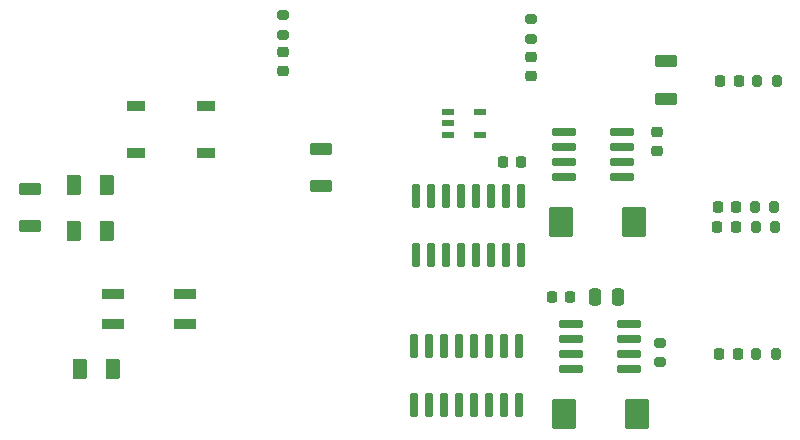
<source format=gbr>
%TF.GenerationSoftware,KiCad,Pcbnew,(6.0.9)*%
%TF.CreationDate,2022-12-07T15:32:04-05:00*%
%TF.ProjectId,CurrentSense_PS,43757272-656e-4745-9365-6e73655f5053,rev?*%
%TF.SameCoordinates,Original*%
%TF.FileFunction,Paste,Top*%
%TF.FilePolarity,Positive*%
%FSLAX46Y46*%
G04 Gerber Fmt 4.6, Leading zero omitted, Abs format (unit mm)*
G04 Created by KiCad (PCBNEW (6.0.9)) date 2022-12-07 15:32:04*
%MOMM*%
%LPD*%
G01*
G04 APERTURE LIST*
G04 Aperture macros list*
%AMRoundRect*
0 Rectangle with rounded corners*
0 $1 Rounding radius*
0 $2 $3 $4 $5 $6 $7 $8 $9 X,Y pos of 4 corners*
0 Add a 4 corners polygon primitive as box body*
4,1,4,$2,$3,$4,$5,$6,$7,$8,$9,$2,$3,0*
0 Add four circle primitives for the rounded corners*
1,1,$1+$1,$2,$3*
1,1,$1+$1,$4,$5*
1,1,$1+$1,$6,$7*
1,1,$1+$1,$8,$9*
0 Add four rect primitives between the rounded corners*
20,1,$1+$1,$2,$3,$4,$5,0*
20,1,$1+$1,$4,$5,$6,$7,0*
20,1,$1+$1,$6,$7,$8,$9,0*
20,1,$1+$1,$8,$9,$2,$3,0*%
G04 Aperture macros list end*
%ADD10RoundRect,0.218750X-0.218750X-0.256250X0.218750X-0.256250X0.218750X0.256250X-0.218750X0.256250X0*%
%ADD11RoundRect,0.200000X-0.275000X0.200000X-0.275000X-0.200000X0.275000X-0.200000X0.275000X0.200000X0*%
%ADD12RoundRect,0.250000X-0.700000X0.275000X-0.700000X-0.275000X0.700000X-0.275000X0.700000X0.275000X0*%
%ADD13RoundRect,0.200000X0.200000X0.275000X-0.200000X0.275000X-0.200000X-0.275000X0.200000X-0.275000X0*%
%ADD14R,1.003300X0.508000*%
%ADD15RoundRect,0.250000X-0.787500X-1.025000X0.787500X-1.025000X0.787500X1.025000X-0.787500X1.025000X0*%
%ADD16RoundRect,0.250000X-0.375000X-0.625000X0.375000X-0.625000X0.375000X0.625000X-0.375000X0.625000X0*%
%ADD17RoundRect,0.200000X0.275000X-0.200000X0.275000X0.200000X-0.275000X0.200000X-0.275000X-0.200000X0*%
%ADD18RoundRect,0.250000X0.787500X1.025000X-0.787500X1.025000X-0.787500X-1.025000X0.787500X-1.025000X0*%
%ADD19RoundRect,0.218750X0.218750X0.256250X-0.218750X0.256250X-0.218750X-0.256250X0.218750X-0.256250X0*%
%ADD20RoundRect,0.250000X0.250000X0.475000X-0.250000X0.475000X-0.250000X-0.475000X0.250000X-0.475000X0*%
%ADD21RoundRect,0.218750X0.256250X-0.218750X0.256250X0.218750X-0.256250X0.218750X-0.256250X-0.218750X0*%
%ADD22RoundRect,0.042000X-0.943000X-0.258000X0.943000X-0.258000X0.943000X0.258000X-0.943000X0.258000X0*%
%ADD23RoundRect,0.225000X0.225000X0.250000X-0.225000X0.250000X-0.225000X-0.250000X0.225000X-0.250000X0*%
%ADD24RoundRect,0.048800X0.256200X-0.936200X0.256200X0.936200X-0.256200X0.936200X-0.256200X-0.936200X0*%
%ADD25R,1.850000X0.850000*%
%ADD26RoundRect,0.048800X-0.256200X0.936200X-0.256200X-0.936200X0.256200X-0.936200X0.256200X0.936200X0*%
%ADD27RoundRect,0.225000X0.250000X-0.225000X0.250000X0.225000X-0.250000X0.225000X-0.250000X-0.225000X0*%
%ADD28R,1.550000X0.900000*%
G04 APERTURE END LIST*
D10*
%TO.C,D6*%
X119671500Y-92202000D03*
X121246500Y-92202000D03*
%TD*%
D11*
%TO.C,R3*%
X103759000Y-63818000D03*
X103759000Y-65468000D03*
%TD*%
D12*
%TO.C,L3*%
X61341000Y-78181000D03*
X61341000Y-81331000D03*
%TD*%
%TO.C,L1*%
X85979000Y-74803000D03*
X85979000Y-77953000D03*
%TD*%
D11*
%TO.C,R2*%
X82702400Y-63487800D03*
X82702400Y-65137800D03*
%TD*%
D13*
%TO.C,R5*%
X124523000Y-69088000D03*
X122873000Y-69088000D03*
%TD*%
D14*
%TO.C,U1*%
X96691450Y-71693999D03*
X96691450Y-72644000D03*
X96691450Y-73594001D03*
X99396550Y-73594001D03*
X99396550Y-71693999D03*
%TD*%
D13*
%TO.C,R4*%
X124332000Y-79756000D03*
X122682000Y-79756000D03*
%TD*%
D15*
%TO.C,C13*%
X106234500Y-81026000D03*
X112459500Y-81026000D03*
%TD*%
D16*
%TO.C,F1*%
X65021000Y-77851000D03*
X67821000Y-77851000D03*
%TD*%
D17*
%TO.C,R1*%
X114681000Y-92849200D03*
X114681000Y-91199200D03*
%TD*%
D18*
%TO.C,C10*%
X112713500Y-97282000D03*
X106488500Y-97282000D03*
%TD*%
D19*
%TO.C,D4*%
X121310500Y-69088000D03*
X119735500Y-69088000D03*
%TD*%
D20*
%TO.C,C8*%
X111059000Y-87376000D03*
X109159000Y-87376000D03*
%TD*%
D16*
%TO.C,F2*%
X65529000Y-93472000D03*
X68329000Y-93472000D03*
%TD*%
D21*
%TO.C,D1*%
X82702400Y-68199100D03*
X82702400Y-66624100D03*
%TD*%
D22*
%TO.C,U5*%
X106497000Y-73406000D03*
X106497000Y-74676000D03*
X106497000Y-75946000D03*
X106497000Y-77216000D03*
X111437000Y-77216000D03*
X111437000Y-75946000D03*
X111437000Y-74676000D03*
X111437000Y-73406000D03*
%TD*%
D23*
%TO.C,C9*%
X107074000Y-87376000D03*
X105524000Y-87376000D03*
%TD*%
D22*
%TO.C,U4*%
X107132000Y-89662000D03*
X107132000Y-90932000D03*
X107132000Y-92202000D03*
X107132000Y-93472000D03*
X112072000Y-93472000D03*
X112072000Y-92202000D03*
X112072000Y-90932000D03*
X112072000Y-89662000D03*
%TD*%
D24*
%TO.C,DN2*%
X93980000Y-83750000D03*
X95250000Y-83750000D03*
X96520000Y-83750000D03*
X97790000Y-83750000D03*
X99060000Y-83750000D03*
X100330000Y-83750000D03*
X101600000Y-83750000D03*
X102870000Y-83750000D03*
X102870000Y-78810000D03*
X101600000Y-78810000D03*
X100330000Y-78810000D03*
X99060000Y-78810000D03*
X97790000Y-78810000D03*
X96520000Y-78810000D03*
X95250000Y-78810000D03*
X93980000Y-78810000D03*
%TD*%
D12*
%TO.C,L2*%
X115189000Y-67386000D03*
X115189000Y-70536000D03*
%TD*%
D10*
%TO.C,D3*%
X119544500Y-79756000D03*
X121119500Y-79756000D03*
%TD*%
D25*
%TO.C,BR1*%
X74399000Y-89617112D03*
X74399000Y-87117112D03*
X68349000Y-87117112D03*
X68349000Y-89617112D03*
%TD*%
D19*
%TO.C,D5*%
X121056500Y-81407000D03*
X119481500Y-81407000D03*
%TD*%
D26*
%TO.C,DN1*%
X102743000Y-91510000D03*
X101473000Y-91510000D03*
X100203000Y-91510000D03*
X98933000Y-91510000D03*
X97663000Y-91510000D03*
X96393000Y-91510000D03*
X95123000Y-91510000D03*
X93853000Y-91510000D03*
X93853000Y-96450000D03*
X95123000Y-96450000D03*
X96393000Y-96450000D03*
X97663000Y-96450000D03*
X98933000Y-96450000D03*
X100203000Y-96450000D03*
X101473000Y-96450000D03*
X102743000Y-96450000D03*
%TD*%
D13*
%TO.C,R7*%
X124396000Y-81407000D03*
X122746000Y-81407000D03*
%TD*%
D27*
%TO.C,C11*%
X114427000Y-74943000D03*
X114427000Y-73393000D03*
%TD*%
D23*
%TO.C,C12*%
X102883000Y-75946000D03*
X101333000Y-75946000D03*
%TD*%
D13*
%TO.C,R6*%
X124459000Y-92202000D03*
X122809000Y-92202000D03*
%TD*%
D21*
%TO.C,D2*%
X103759000Y-68605500D03*
X103759000Y-67030500D03*
%TD*%
D16*
%TO.C,F3*%
X65021000Y-81788000D03*
X67821000Y-81788000D03*
%TD*%
D28*
%TO.C,IC1*%
X76254000Y-75152000D03*
X76254000Y-71152000D03*
X70304000Y-71152000D03*
X70304000Y-75152000D03*
%TD*%
M02*

</source>
